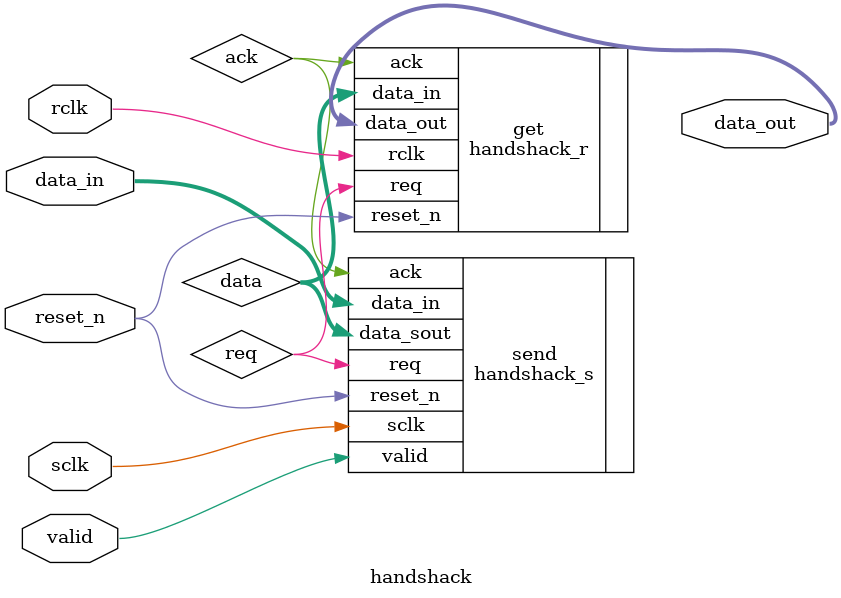
<source format=v>
module handshack #(
	parameter width =4
)(
	input rclk, sclk, valid, reset_n,
	input [width-1:0] data_in,
	output [width-1:0] data_out
);

wire ack, req;
wire [width-1:0] data;

handshack_s send(
.sclk(sclk),
.reset_n(reset_n),
.valid(valid),
.data_in(data_in),
.ack(ack),
.data_sout(data),
.req(req)
);

handshack_r get
(
.rclk(rclk),
.reset_n(reset_n),
.req(req),
.data_in(data),
.ack(ack),
.data_out(data_out)
);

endmodule
</source>
